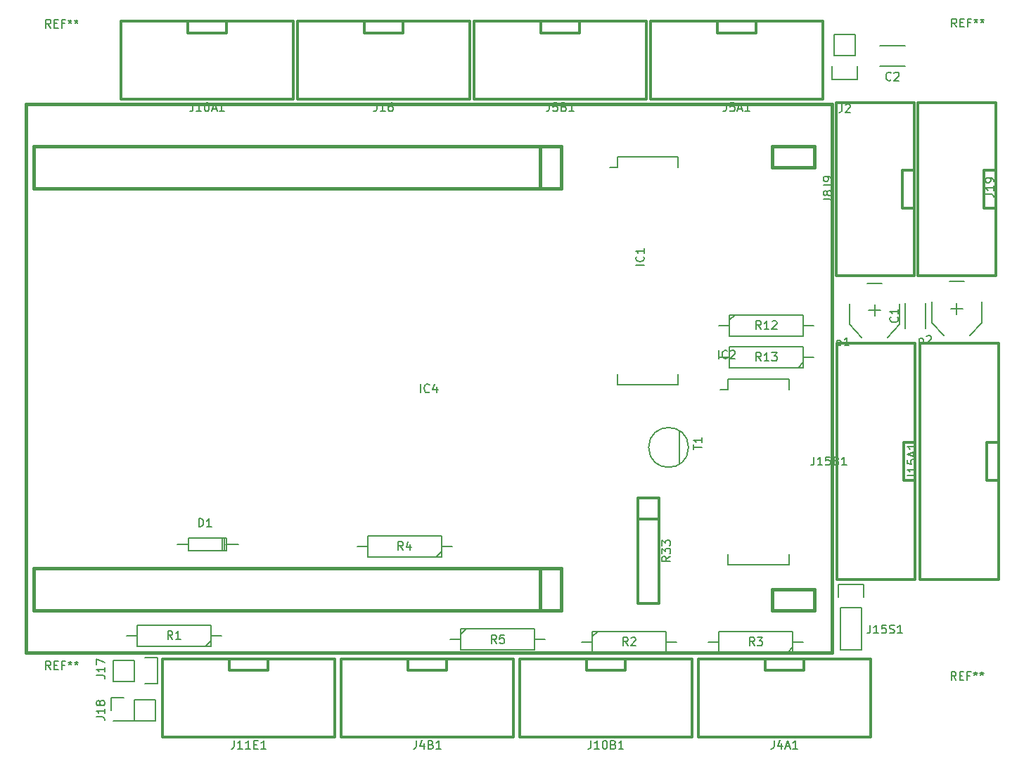
<source format=gbr>
G04 #@! TF.FileFunction,Legend,Top*
%FSLAX46Y46*%
G04 Gerber Fmt 4.6, Leading zero omitted, Abs format (unit mm)*
G04 Created by KiCad (PCBNEW 4.0.2-stable) date 15/08/2016 17:49:35*
%MOMM*%
G01*
G04 APERTURE LIST*
%ADD10C,0.100000*%
%ADD11C,0.150000*%
%ADD12C,0.381000*%
%ADD13C,0.317500*%
%ADD14C,0.304800*%
%ADD15C,0.299720*%
%ADD16C,0.203200*%
G04 APERTURE END LIST*
D10*
D11*
X129185000Y-57655000D02*
X129185000Y-58925000D01*
X136535000Y-57655000D02*
X136535000Y-58925000D01*
X136535000Y-80025000D02*
X136535000Y-78755000D01*
X129185000Y-80025000D02*
X129185000Y-78755000D01*
X129185000Y-57655000D02*
X136535000Y-57655000D01*
X129185000Y-80025000D02*
X136535000Y-80025000D01*
X129185000Y-58925000D02*
X128250000Y-58925000D01*
X115865000Y-30895000D02*
X115865000Y-32165000D01*
X123215000Y-30895000D02*
X123215000Y-32165000D01*
X123215000Y-58345000D02*
X123215000Y-57075000D01*
X115865000Y-58345000D02*
X115865000Y-57075000D01*
X115865000Y-30895000D02*
X123215000Y-30895000D01*
X115865000Y-58345000D02*
X123215000Y-58345000D01*
X115865000Y-32165000D02*
X114930000Y-32165000D01*
D12*
X139620000Y-82930000D02*
X134540000Y-82930000D01*
X139620000Y-85470000D02*
X139620000Y-82930000D01*
X134540000Y-85470000D02*
X139620000Y-85470000D01*
X134540000Y-82930000D02*
X134540000Y-85470000D01*
X134540000Y-29590000D02*
X134540000Y-32130000D01*
X134540000Y-32130000D02*
X139620000Y-32130000D01*
X139620000Y-32130000D02*
X139620000Y-29590000D01*
X139620000Y-29590000D02*
X134540000Y-29590000D01*
X45640000Y-80390000D02*
X109140000Y-80390000D01*
X109140000Y-80390000D02*
X109140000Y-85470000D01*
X45640000Y-80390000D02*
X45640000Y-85470000D01*
X45640000Y-85470000D02*
X109140000Y-85470000D01*
X106588500Y-80390000D02*
X106588500Y-85470000D01*
X106588500Y-29590000D02*
X106588500Y-34670000D01*
X45640000Y-34670000D02*
X109140000Y-34670000D01*
X141690000Y-24530000D02*
X44690000Y-24530000D01*
X44690000Y-90530000D02*
X141690000Y-90530000D01*
X141690000Y-90530000D02*
X141690000Y-24530000D01*
X44690000Y-90530000D02*
X44690000Y-24530000D01*
X45640000Y-29590000D02*
X45640000Y-34670000D01*
X109140000Y-29590000D02*
X109140000Y-34670000D01*
X45640000Y-29590000D02*
X109140000Y-29590000D01*
D11*
X64294000Y-77500000D02*
X62897000Y-77500000D01*
X68739000Y-77500000D02*
X70263000Y-77500000D01*
X68358000Y-78262000D02*
X68358000Y-76738000D01*
X68612000Y-78262000D02*
X68612000Y-76738000D01*
X68866000Y-77500000D02*
X68866000Y-76738000D01*
X68866000Y-76738000D02*
X64294000Y-76738000D01*
X64294000Y-76738000D02*
X64294000Y-78262000D01*
X64294000Y-78262000D02*
X68866000Y-78262000D01*
X68866000Y-78262000D02*
X68866000Y-77500000D01*
X141980000Y-18730000D02*
X141980000Y-16190000D01*
X141700000Y-21550000D02*
X141700000Y-20000000D01*
X141980000Y-18730000D02*
X144520000Y-18730000D01*
X144800000Y-20000000D02*
X144800000Y-21550000D01*
X144800000Y-21550000D02*
X141700000Y-21550000D01*
X144520000Y-18730000D02*
X144520000Y-16190000D01*
X144520000Y-16190000D02*
X141980000Y-16190000D01*
X142730000Y-85140000D02*
X142730000Y-90220000D01*
X142730000Y-90220000D02*
X145270000Y-90220000D01*
X145270000Y-90220000D02*
X145270000Y-85140000D01*
X145550000Y-82320000D02*
X145550000Y-83870000D01*
X145270000Y-85140000D02*
X142730000Y-85140000D01*
X142450000Y-83870000D02*
X142450000Y-82320000D01*
X142450000Y-82320000D02*
X145550000Y-82320000D01*
X57730000Y-94020000D02*
X55190000Y-94020000D01*
X60550000Y-94300000D02*
X59000000Y-94300000D01*
X57730000Y-94020000D02*
X57730000Y-91480000D01*
X59000000Y-91200000D02*
X60550000Y-91200000D01*
X60550000Y-91200000D02*
X60550000Y-94300000D01*
X57730000Y-91480000D02*
X55190000Y-91480000D01*
X55190000Y-91480000D02*
X55190000Y-94020000D01*
D13*
X120920000Y-71980000D02*
X120920000Y-84680000D01*
X118380000Y-84680000D02*
X118380000Y-71980000D01*
D14*
X120920000Y-74520000D02*
X118380000Y-74520000D01*
D13*
X120920000Y-84680000D02*
X118380000Y-84680000D01*
D14*
X118380000Y-71980000D02*
X120920000Y-71980000D01*
D11*
X66945000Y-89770000D02*
X66945000Y-87230000D01*
X66945000Y-87230000D02*
X58055000Y-87230000D01*
X58055000Y-87230000D02*
X58055000Y-89770000D01*
X58055000Y-89770000D02*
X66945000Y-89770000D01*
X66945000Y-89135000D02*
X66310000Y-89770000D01*
X66945000Y-88500000D02*
X68215000Y-88500000D01*
X58055000Y-88500000D02*
X56785000Y-88500000D01*
X137005000Y-90550000D02*
X137005000Y-88010000D01*
X137005000Y-88010000D02*
X128115000Y-88010000D01*
X128115000Y-88010000D02*
X128115000Y-90550000D01*
X128115000Y-90550000D02*
X137005000Y-90550000D01*
X137005000Y-89915000D02*
X136370000Y-90550000D01*
X137005000Y-89280000D02*
X138275000Y-89280000D01*
X128115000Y-89280000D02*
X126845000Y-89280000D01*
X97055000Y-87730000D02*
X97055000Y-90270000D01*
X97055000Y-90270000D02*
X105945000Y-90270000D01*
X105945000Y-90270000D02*
X105945000Y-87730000D01*
X105945000Y-87730000D02*
X97055000Y-87730000D01*
X97055000Y-88365000D02*
X97690000Y-87730000D01*
X97055000Y-89000000D02*
X95785000Y-89000000D01*
X105945000Y-89000000D02*
X107215000Y-89000000D01*
X138275000Y-56260000D02*
X138275000Y-53720000D01*
X138275000Y-53720000D02*
X129385000Y-53720000D01*
X129385000Y-53720000D02*
X129385000Y-56260000D01*
X129385000Y-56260000D02*
X138275000Y-56260000D01*
X138275000Y-55625000D02*
X137640000Y-56260000D01*
X138275000Y-54990000D02*
X139545000Y-54990000D01*
X129385000Y-54990000D02*
X128115000Y-54990000D01*
X94695000Y-79020000D02*
X94695000Y-76480000D01*
X94695000Y-76480000D02*
X85805000Y-76480000D01*
X85805000Y-76480000D02*
X85805000Y-79020000D01*
X85805000Y-79020000D02*
X94695000Y-79020000D01*
X94695000Y-78385000D02*
X94060000Y-79020000D01*
X94695000Y-77750000D02*
X95965000Y-77750000D01*
X85805000Y-77750000D02*
X84535000Y-77750000D01*
X112875000Y-88010000D02*
X112875000Y-90550000D01*
X112875000Y-90550000D02*
X121765000Y-90550000D01*
X121765000Y-90550000D02*
X121765000Y-88010000D01*
X121765000Y-88010000D02*
X112875000Y-88010000D01*
X112875000Y-88645000D02*
X113510000Y-88010000D01*
X112875000Y-89280000D02*
X111605000Y-89280000D01*
X121765000Y-89280000D02*
X123035000Y-89280000D01*
X129385000Y-49910000D02*
X129385000Y-52450000D01*
X129385000Y-52450000D02*
X138275000Y-52450000D01*
X138275000Y-52450000D02*
X138275000Y-49910000D01*
X138275000Y-49910000D02*
X129385000Y-49910000D01*
X129385000Y-50545000D02*
X130020000Y-49910000D01*
X129385000Y-51180000D02*
X128115000Y-51180000D01*
X138275000Y-51180000D02*
X139545000Y-51180000D01*
X157649160Y-45899440D02*
X155850840Y-45899440D01*
X156750000Y-48449600D02*
X156750000Y-49851680D01*
X157451040Y-49150640D02*
X156048960Y-49150640D01*
X155149800Y-52401840D02*
X153750260Y-50849900D01*
X153750260Y-50849900D02*
X153750260Y-48350540D01*
X158350200Y-52401840D02*
X159749740Y-50849900D01*
X159749740Y-50849900D02*
X159749740Y-48350540D01*
X147749800Y-46098160D02*
X145951480Y-46098160D01*
X146850640Y-48648320D02*
X146850640Y-50050400D01*
X147551680Y-49349360D02*
X146149600Y-49349360D01*
X145250440Y-52600560D02*
X143850900Y-51048620D01*
X143850900Y-51048620D02*
X143850900Y-48549260D01*
X148450840Y-52600560D02*
X149850380Y-51048620D01*
X149850380Y-51048620D02*
X149850380Y-48549260D01*
X54910000Y-97500000D02*
X54910000Y-95950000D01*
X56460000Y-95950000D02*
X54910000Y-95950000D01*
X55190000Y-98770000D02*
X57730000Y-98770000D01*
X60270000Y-96230000D02*
X57730000Y-96230000D01*
X57730000Y-96230000D02*
X57730000Y-98770000D01*
X57730000Y-98770000D02*
X60270000Y-98770000D01*
X60270000Y-98770000D02*
X60270000Y-96230000D01*
X123320000Y-67896000D02*
X123320000Y-63832000D01*
X124446231Y-65864000D02*
G75*
G03X124446231Y-65864000I-2396231J0D01*
G01*
D14*
X161450000Y-45150000D02*
X161450000Y-24350000D01*
X152050000Y-24350000D02*
X152050000Y-45150000D01*
X152050000Y-45150000D02*
X161450000Y-45150000D01*
X152050000Y-24350000D02*
X161450000Y-24350000D01*
D15*
X161450000Y-32450000D02*
X160050000Y-32450000D01*
X160050000Y-32450000D02*
X160050000Y-37050000D01*
X160050000Y-37050000D02*
X161450000Y-37050000D01*
D14*
X98150000Y-14550000D02*
X77350000Y-14550000D01*
X77350000Y-23950000D02*
X98150000Y-23950000D01*
X98150000Y-23950000D02*
X98150000Y-14550000D01*
X77350000Y-23950000D02*
X77350000Y-14550000D01*
D15*
X85450000Y-14550000D02*
X85450000Y-15950000D01*
X85450000Y-15950000D02*
X90050000Y-15950000D01*
X90050000Y-15950000D02*
X90050000Y-14550000D01*
D14*
X81900000Y-91300000D02*
X61100000Y-91300000D01*
X61100000Y-100700000D02*
X81900000Y-100700000D01*
X81900000Y-100700000D02*
X81900000Y-91300000D01*
X61100000Y-100700000D02*
X61100000Y-91300000D01*
D15*
X69200000Y-91300000D02*
X69200000Y-92700000D01*
X69200000Y-92700000D02*
X73800000Y-92700000D01*
X73800000Y-92700000D02*
X73800000Y-91300000D01*
D14*
X124900000Y-91300000D02*
X104100000Y-91300000D01*
X104100000Y-100700000D02*
X124900000Y-100700000D01*
X124900000Y-100700000D02*
X124900000Y-91300000D01*
X104100000Y-100700000D02*
X104100000Y-91300000D01*
D15*
X112200000Y-91300000D02*
X112200000Y-92700000D01*
X112200000Y-92700000D02*
X116800000Y-92700000D01*
X116800000Y-92700000D02*
X116800000Y-91300000D01*
D14*
X76900000Y-14550000D02*
X56100000Y-14550000D01*
X56100000Y-23950000D02*
X76900000Y-23950000D01*
X76900000Y-23950000D02*
X76900000Y-14550000D01*
X56100000Y-23950000D02*
X56100000Y-14550000D01*
D15*
X64200000Y-14550000D02*
X64200000Y-15950000D01*
X64200000Y-15950000D02*
X68800000Y-15950000D01*
X68800000Y-15950000D02*
X68800000Y-14550000D01*
D14*
X151620000Y-45170000D02*
X151620000Y-24370000D01*
X142220000Y-24370000D02*
X142220000Y-45170000D01*
X142220000Y-45170000D02*
X151620000Y-45170000D01*
X142220000Y-24370000D02*
X151620000Y-24370000D01*
D15*
X151620000Y-32470000D02*
X150220000Y-32470000D01*
X150220000Y-32470000D02*
X150220000Y-37070000D01*
X150220000Y-37070000D02*
X151620000Y-37070000D01*
D14*
X119400000Y-14550000D02*
X98600000Y-14550000D01*
X98600000Y-23950000D02*
X119400000Y-23950000D01*
X119400000Y-23950000D02*
X119400000Y-14550000D01*
X98600000Y-23950000D02*
X98600000Y-14550000D01*
D15*
X106700000Y-14550000D02*
X106700000Y-15950000D01*
X106700000Y-15950000D02*
X111300000Y-15950000D01*
X111300000Y-15950000D02*
X111300000Y-14550000D01*
D14*
X140650000Y-14550000D02*
X119850000Y-14550000D01*
X119850000Y-23950000D02*
X140650000Y-23950000D01*
X140650000Y-23950000D02*
X140650000Y-14550000D01*
X119850000Y-23950000D02*
X119850000Y-14550000D01*
D15*
X127950000Y-14550000D02*
X127950000Y-15950000D01*
X127950000Y-15950000D02*
X132550000Y-15950000D01*
X132550000Y-15950000D02*
X132550000Y-14550000D01*
D14*
X103400000Y-91300000D02*
X82600000Y-91300000D01*
X82600000Y-100700000D02*
X103400000Y-100700000D01*
X103400000Y-100700000D02*
X103400000Y-91300000D01*
X82600000Y-100700000D02*
X82600000Y-91300000D01*
D15*
X90700000Y-91300000D02*
X90700000Y-92700000D01*
X90700000Y-92700000D02*
X95300000Y-92700000D01*
X95300000Y-92700000D02*
X95300000Y-91300000D01*
D14*
X146400000Y-91300000D02*
X125600000Y-91300000D01*
X125600000Y-100700000D02*
X146400000Y-100700000D01*
X146400000Y-100700000D02*
X146400000Y-91300000D01*
X125600000Y-100700000D02*
X125600000Y-91300000D01*
D15*
X133700000Y-91300000D02*
X133700000Y-92700000D01*
X133700000Y-92700000D02*
X138300000Y-92700000D01*
X138300000Y-92700000D02*
X138300000Y-91300000D01*
D14*
X151750000Y-81750000D02*
X151750000Y-53350000D01*
X142350000Y-53350000D02*
X142350000Y-81750000D01*
X142350000Y-81750000D02*
X151750000Y-81750000D01*
X142350000Y-53350000D02*
X151750000Y-53350000D01*
D15*
X151750000Y-65250000D02*
X150350000Y-65250000D01*
X150350000Y-65250000D02*
X150350000Y-69850000D01*
X150350000Y-69850000D02*
X151750000Y-69850000D01*
D14*
X161750000Y-81750000D02*
X161750000Y-53350000D01*
X152350000Y-53350000D02*
X152350000Y-81750000D01*
X152350000Y-81750000D02*
X161750000Y-81750000D01*
X152350000Y-53350000D02*
X161750000Y-53350000D01*
D15*
X161750000Y-65250000D02*
X160350000Y-65250000D01*
X160350000Y-65250000D02*
X160350000Y-69850000D01*
X160350000Y-69850000D02*
X161750000Y-69850000D01*
D11*
X150500000Y-51500000D02*
X150500000Y-48500000D01*
X153000000Y-48500000D02*
X153000000Y-51500000D01*
X150500000Y-20000000D02*
X147500000Y-20000000D01*
X147500000Y-17500000D02*
X150500000Y-17500000D01*
X156716667Y-15252381D02*
X156383333Y-14776190D01*
X156145238Y-15252381D02*
X156145238Y-14252381D01*
X156526191Y-14252381D01*
X156621429Y-14300000D01*
X156669048Y-14347619D01*
X156716667Y-14442857D01*
X156716667Y-14585714D01*
X156669048Y-14680952D01*
X156621429Y-14728571D01*
X156526191Y-14776190D01*
X156145238Y-14776190D01*
X157145238Y-14728571D02*
X157478572Y-14728571D01*
X157621429Y-15252381D02*
X157145238Y-15252381D01*
X157145238Y-14252381D01*
X157621429Y-14252381D01*
X158383334Y-14728571D02*
X158050000Y-14728571D01*
X158050000Y-15252381D02*
X158050000Y-14252381D01*
X158526191Y-14252381D01*
X159050000Y-14252381D02*
X159050000Y-14490476D01*
X158811905Y-14395238D02*
X159050000Y-14490476D01*
X159288096Y-14395238D01*
X158907143Y-14680952D02*
X159050000Y-14490476D01*
X159192858Y-14680952D01*
X159811905Y-14252381D02*
X159811905Y-14490476D01*
X159573810Y-14395238D02*
X159811905Y-14490476D01*
X160050001Y-14395238D01*
X159669048Y-14680952D02*
X159811905Y-14490476D01*
X159954763Y-14680952D01*
X128073810Y-55182381D02*
X128073810Y-54182381D01*
X129121429Y-55087143D02*
X129073810Y-55134762D01*
X128930953Y-55182381D01*
X128835715Y-55182381D01*
X128692857Y-55134762D01*
X128597619Y-55039524D01*
X128550000Y-54944286D01*
X128502381Y-54753810D01*
X128502381Y-54610952D01*
X128550000Y-54420476D01*
X128597619Y-54325238D01*
X128692857Y-54230000D01*
X128835715Y-54182381D01*
X128930953Y-54182381D01*
X129073810Y-54230000D01*
X129121429Y-54277619D01*
X129502381Y-54277619D02*
X129550000Y-54230000D01*
X129645238Y-54182381D01*
X129883334Y-54182381D01*
X129978572Y-54230000D01*
X130026191Y-54277619D01*
X130073810Y-54372857D01*
X130073810Y-54468095D01*
X130026191Y-54610952D01*
X129454762Y-55182381D01*
X130073810Y-55182381D01*
X119102381Y-43926190D02*
X118102381Y-43926190D01*
X119007143Y-42878571D02*
X119054762Y-42926190D01*
X119102381Y-43069047D01*
X119102381Y-43164285D01*
X119054762Y-43307143D01*
X118959524Y-43402381D01*
X118864286Y-43450000D01*
X118673810Y-43497619D01*
X118530952Y-43497619D01*
X118340476Y-43450000D01*
X118245238Y-43402381D01*
X118150000Y-43307143D01*
X118102381Y-43164285D01*
X118102381Y-43069047D01*
X118150000Y-42926190D01*
X118197619Y-42878571D01*
X119102381Y-41926190D02*
X119102381Y-42497619D01*
X119102381Y-42211905D02*
X118102381Y-42211905D01*
X118245238Y-42307143D01*
X118340476Y-42402381D01*
X118388095Y-42497619D01*
D16*
X92198191Y-59259619D02*
X92198191Y-58243619D01*
X93262572Y-59162857D02*
X93214191Y-59211238D01*
X93069048Y-59259619D01*
X92972286Y-59259619D01*
X92827144Y-59211238D01*
X92730382Y-59114476D01*
X92682001Y-59017714D01*
X92633620Y-58824190D01*
X92633620Y-58679048D01*
X92682001Y-58485524D01*
X92730382Y-58388762D01*
X92827144Y-58292000D01*
X92972286Y-58243619D01*
X93069048Y-58243619D01*
X93214191Y-58292000D01*
X93262572Y-58340381D01*
X94133429Y-58582286D02*
X94133429Y-59259619D01*
X93891525Y-58195238D02*
X93649620Y-58920952D01*
X94278572Y-58920952D01*
D11*
X65491905Y-75412381D02*
X65491905Y-74412381D01*
X65730000Y-74412381D01*
X65872858Y-74460000D01*
X65968096Y-74555238D01*
X66015715Y-74650476D01*
X66063334Y-74840952D01*
X66063334Y-74983810D01*
X66015715Y-75174286D01*
X65968096Y-75269524D01*
X65872858Y-75364762D01*
X65730000Y-75412381D01*
X65491905Y-75412381D01*
X67015715Y-75412381D02*
X66444286Y-75412381D01*
X66730000Y-75412381D02*
X66730000Y-74412381D01*
X66634762Y-74555238D01*
X66539524Y-74650476D01*
X66444286Y-74698095D01*
X142916667Y-24552381D02*
X142916667Y-25266667D01*
X142869047Y-25409524D01*
X142773809Y-25504762D01*
X142630952Y-25552381D01*
X142535714Y-25552381D01*
X143345238Y-24647619D02*
X143392857Y-24600000D01*
X143488095Y-24552381D01*
X143726191Y-24552381D01*
X143821429Y-24600000D01*
X143869048Y-24647619D01*
X143916667Y-24742857D01*
X143916667Y-24838095D01*
X143869048Y-24980952D01*
X143297619Y-25552381D01*
X143916667Y-25552381D01*
X146328096Y-87242381D02*
X146328096Y-87956667D01*
X146280476Y-88099524D01*
X146185238Y-88194762D01*
X146042381Y-88242381D01*
X145947143Y-88242381D01*
X147328096Y-88242381D02*
X146756667Y-88242381D01*
X147042381Y-88242381D02*
X147042381Y-87242381D01*
X146947143Y-87385238D01*
X146851905Y-87480476D01*
X146756667Y-87528095D01*
X148232858Y-87242381D02*
X147756667Y-87242381D01*
X147709048Y-87718571D01*
X147756667Y-87670952D01*
X147851905Y-87623333D01*
X148090001Y-87623333D01*
X148185239Y-87670952D01*
X148232858Y-87718571D01*
X148280477Y-87813810D01*
X148280477Y-88051905D01*
X148232858Y-88147143D01*
X148185239Y-88194762D01*
X148090001Y-88242381D01*
X147851905Y-88242381D01*
X147756667Y-88194762D01*
X147709048Y-88147143D01*
X148661429Y-88194762D02*
X148804286Y-88242381D01*
X149042382Y-88242381D01*
X149137620Y-88194762D01*
X149185239Y-88147143D01*
X149232858Y-88051905D01*
X149232858Y-87956667D01*
X149185239Y-87861429D01*
X149137620Y-87813810D01*
X149042382Y-87766190D01*
X148851905Y-87718571D01*
X148756667Y-87670952D01*
X148709048Y-87623333D01*
X148661429Y-87528095D01*
X148661429Y-87432857D01*
X148709048Y-87337619D01*
X148756667Y-87290000D01*
X148851905Y-87242381D01*
X149090001Y-87242381D01*
X149232858Y-87290000D01*
X150185239Y-88242381D02*
X149613810Y-88242381D01*
X149899524Y-88242381D02*
X149899524Y-87242381D01*
X149804286Y-87385238D01*
X149709048Y-87480476D01*
X149613810Y-87528095D01*
X53202381Y-93309523D02*
X53916667Y-93309523D01*
X54059524Y-93357143D01*
X54154762Y-93452381D01*
X54202381Y-93595238D01*
X54202381Y-93690476D01*
X54202381Y-92309523D02*
X54202381Y-92880952D01*
X54202381Y-92595238D02*
X53202381Y-92595238D01*
X53345238Y-92690476D01*
X53440476Y-92785714D01*
X53488095Y-92880952D01*
X53202381Y-91976190D02*
X53202381Y-91309523D01*
X54202381Y-91738095D01*
D16*
X122268619Y-78983143D02*
X121784810Y-79321809D01*
X122268619Y-79563714D02*
X121252619Y-79563714D01*
X121252619Y-79176667D01*
X121301000Y-79079905D01*
X121349381Y-79031524D01*
X121446143Y-78983143D01*
X121591286Y-78983143D01*
X121688048Y-79031524D01*
X121736429Y-79079905D01*
X121784810Y-79176667D01*
X121784810Y-79563714D01*
X121252619Y-78644476D02*
X121252619Y-78015524D01*
X121639667Y-78354190D01*
X121639667Y-78209048D01*
X121688048Y-78112286D01*
X121736429Y-78063905D01*
X121833190Y-78015524D01*
X122075095Y-78015524D01*
X122171857Y-78063905D01*
X122220238Y-78112286D01*
X122268619Y-78209048D01*
X122268619Y-78499333D01*
X122220238Y-78596095D01*
X122171857Y-78644476D01*
X121252619Y-77676857D02*
X121252619Y-77047905D01*
X121639667Y-77386571D01*
X121639667Y-77241429D01*
X121688048Y-77144667D01*
X121736429Y-77096286D01*
X121833190Y-77047905D01*
X122075095Y-77047905D01*
X122171857Y-77096286D01*
X122220238Y-77144667D01*
X122268619Y-77241429D01*
X122268619Y-77531714D01*
X122220238Y-77628476D01*
X122171857Y-77676857D01*
D11*
X62333334Y-88952381D02*
X62000000Y-88476190D01*
X61761905Y-88952381D02*
X61761905Y-87952381D01*
X62142858Y-87952381D01*
X62238096Y-88000000D01*
X62285715Y-88047619D01*
X62333334Y-88142857D01*
X62333334Y-88285714D01*
X62285715Y-88380952D01*
X62238096Y-88428571D01*
X62142858Y-88476190D01*
X61761905Y-88476190D01*
X63285715Y-88952381D02*
X62714286Y-88952381D01*
X63000000Y-88952381D02*
X63000000Y-87952381D01*
X62904762Y-88095238D01*
X62809524Y-88190476D01*
X62714286Y-88238095D01*
X132393334Y-89732381D02*
X132060000Y-89256190D01*
X131821905Y-89732381D02*
X131821905Y-88732381D01*
X132202858Y-88732381D01*
X132298096Y-88780000D01*
X132345715Y-88827619D01*
X132393334Y-88922857D01*
X132393334Y-89065714D01*
X132345715Y-89160952D01*
X132298096Y-89208571D01*
X132202858Y-89256190D01*
X131821905Y-89256190D01*
X132726667Y-88732381D02*
X133345715Y-88732381D01*
X133012381Y-89113333D01*
X133155239Y-89113333D01*
X133250477Y-89160952D01*
X133298096Y-89208571D01*
X133345715Y-89303810D01*
X133345715Y-89541905D01*
X133298096Y-89637143D01*
X133250477Y-89684762D01*
X133155239Y-89732381D01*
X132869524Y-89732381D01*
X132774286Y-89684762D01*
X132726667Y-89637143D01*
X101333334Y-89452381D02*
X101000000Y-88976190D01*
X100761905Y-89452381D02*
X100761905Y-88452381D01*
X101142858Y-88452381D01*
X101238096Y-88500000D01*
X101285715Y-88547619D01*
X101333334Y-88642857D01*
X101333334Y-88785714D01*
X101285715Y-88880952D01*
X101238096Y-88928571D01*
X101142858Y-88976190D01*
X100761905Y-88976190D01*
X102238096Y-88452381D02*
X101761905Y-88452381D01*
X101714286Y-88928571D01*
X101761905Y-88880952D01*
X101857143Y-88833333D01*
X102095239Y-88833333D01*
X102190477Y-88880952D01*
X102238096Y-88928571D01*
X102285715Y-89023810D01*
X102285715Y-89261905D01*
X102238096Y-89357143D01*
X102190477Y-89404762D01*
X102095239Y-89452381D01*
X101857143Y-89452381D01*
X101761905Y-89404762D01*
X101714286Y-89357143D01*
X133187143Y-55442381D02*
X132853809Y-54966190D01*
X132615714Y-55442381D02*
X132615714Y-54442381D01*
X132996667Y-54442381D01*
X133091905Y-54490000D01*
X133139524Y-54537619D01*
X133187143Y-54632857D01*
X133187143Y-54775714D01*
X133139524Y-54870952D01*
X133091905Y-54918571D01*
X132996667Y-54966190D01*
X132615714Y-54966190D01*
X134139524Y-55442381D02*
X133568095Y-55442381D01*
X133853809Y-55442381D02*
X133853809Y-54442381D01*
X133758571Y-54585238D01*
X133663333Y-54680476D01*
X133568095Y-54728095D01*
X134472857Y-54442381D02*
X135091905Y-54442381D01*
X134758571Y-54823333D01*
X134901429Y-54823333D01*
X134996667Y-54870952D01*
X135044286Y-54918571D01*
X135091905Y-55013810D01*
X135091905Y-55251905D01*
X135044286Y-55347143D01*
X134996667Y-55394762D01*
X134901429Y-55442381D01*
X134615714Y-55442381D01*
X134520476Y-55394762D01*
X134472857Y-55347143D01*
X90083334Y-78202381D02*
X89750000Y-77726190D01*
X89511905Y-78202381D02*
X89511905Y-77202381D01*
X89892858Y-77202381D01*
X89988096Y-77250000D01*
X90035715Y-77297619D01*
X90083334Y-77392857D01*
X90083334Y-77535714D01*
X90035715Y-77630952D01*
X89988096Y-77678571D01*
X89892858Y-77726190D01*
X89511905Y-77726190D01*
X90940477Y-77535714D02*
X90940477Y-78202381D01*
X90702381Y-77154762D02*
X90464286Y-77869048D01*
X91083334Y-77869048D01*
X117153334Y-89732381D02*
X116820000Y-89256190D01*
X116581905Y-89732381D02*
X116581905Y-88732381D01*
X116962858Y-88732381D01*
X117058096Y-88780000D01*
X117105715Y-88827619D01*
X117153334Y-88922857D01*
X117153334Y-89065714D01*
X117105715Y-89160952D01*
X117058096Y-89208571D01*
X116962858Y-89256190D01*
X116581905Y-89256190D01*
X117534286Y-88827619D02*
X117581905Y-88780000D01*
X117677143Y-88732381D01*
X117915239Y-88732381D01*
X118010477Y-88780000D01*
X118058096Y-88827619D01*
X118105715Y-88922857D01*
X118105715Y-89018095D01*
X118058096Y-89160952D01*
X117486667Y-89732381D01*
X118105715Y-89732381D01*
X133187143Y-51632381D02*
X132853809Y-51156190D01*
X132615714Y-51632381D02*
X132615714Y-50632381D01*
X132996667Y-50632381D01*
X133091905Y-50680000D01*
X133139524Y-50727619D01*
X133187143Y-50822857D01*
X133187143Y-50965714D01*
X133139524Y-51060952D01*
X133091905Y-51108571D01*
X132996667Y-51156190D01*
X132615714Y-51156190D01*
X134139524Y-51632381D02*
X133568095Y-51632381D01*
X133853809Y-51632381D02*
X133853809Y-50632381D01*
X133758571Y-50775238D01*
X133663333Y-50870476D01*
X133568095Y-50918095D01*
X134520476Y-50727619D02*
X134568095Y-50680000D01*
X134663333Y-50632381D01*
X134901429Y-50632381D01*
X134996667Y-50680000D01*
X135044286Y-50727619D01*
X135091905Y-50822857D01*
X135091905Y-50918095D01*
X135044286Y-51060952D01*
X134472857Y-51632381D01*
X135091905Y-51632381D01*
X152249524Y-52746354D02*
X152249524Y-53746354D01*
X152249524Y-52793973D02*
X152344762Y-52746354D01*
X152535239Y-52746354D01*
X152630477Y-52793973D01*
X152678096Y-52841592D01*
X152725715Y-52936830D01*
X152725715Y-53222545D01*
X152678096Y-53317783D01*
X152630477Y-53365402D01*
X152535239Y-53413021D01*
X152344762Y-53413021D01*
X152249524Y-53365402D01*
X153106667Y-52508259D02*
X153154286Y-52460640D01*
X153249524Y-52413021D01*
X153487620Y-52413021D01*
X153582858Y-52460640D01*
X153630477Y-52508259D01*
X153678096Y-52603497D01*
X153678096Y-52698735D01*
X153630477Y-52841592D01*
X153059048Y-53413021D01*
X153678096Y-53413021D01*
X142350164Y-52945074D02*
X142350164Y-53945074D01*
X142350164Y-52992693D02*
X142445402Y-52945074D01*
X142635879Y-52945074D01*
X142731117Y-52992693D01*
X142778736Y-53040312D01*
X142826355Y-53135550D01*
X142826355Y-53421265D01*
X142778736Y-53516503D01*
X142731117Y-53564122D01*
X142635879Y-53611741D01*
X142445402Y-53611741D01*
X142350164Y-53564122D01*
X143778736Y-53611741D02*
X143207307Y-53611741D01*
X143493021Y-53611741D02*
X143493021Y-52611741D01*
X143397783Y-52754598D01*
X143302545Y-52849836D01*
X143207307Y-52897455D01*
X53162381Y-98309523D02*
X53876667Y-98309523D01*
X54019524Y-98357143D01*
X54114762Y-98452381D01*
X54162381Y-98595238D01*
X54162381Y-98690476D01*
X54162381Y-97309523D02*
X54162381Y-97880952D01*
X54162381Y-97595238D02*
X53162381Y-97595238D01*
X53305238Y-97690476D01*
X53400476Y-97785714D01*
X53448095Y-97880952D01*
X53590952Y-96738095D02*
X53543333Y-96833333D01*
X53495714Y-96880952D01*
X53400476Y-96928571D01*
X53352857Y-96928571D01*
X53257619Y-96880952D01*
X53210000Y-96833333D01*
X53162381Y-96738095D01*
X53162381Y-96547618D01*
X53210000Y-96452380D01*
X53257619Y-96404761D01*
X53352857Y-96357142D01*
X53400476Y-96357142D01*
X53495714Y-96404761D01*
X53543333Y-96452380D01*
X53590952Y-96547618D01*
X53590952Y-96738095D01*
X53638571Y-96833333D01*
X53686190Y-96880952D01*
X53781429Y-96928571D01*
X53971905Y-96928571D01*
X54067143Y-96880952D01*
X54114762Y-96833333D01*
X54162381Y-96738095D01*
X54162381Y-96547618D01*
X54114762Y-96452380D01*
X54067143Y-96404761D01*
X53971905Y-96357142D01*
X53781429Y-96357142D01*
X53686190Y-96404761D01*
X53638571Y-96452380D01*
X53590952Y-96547618D01*
X125058381Y-66117905D02*
X125058381Y-65546476D01*
X126058381Y-65832191D02*
X125058381Y-65832191D01*
X126058381Y-64689333D02*
X126058381Y-65260762D01*
X126058381Y-64975048D02*
X125058381Y-64975048D01*
X125201238Y-65070286D01*
X125296476Y-65165524D01*
X125344095Y-65260762D01*
D16*
X160202381Y-35359523D02*
X160916667Y-35359523D01*
X161059524Y-35407143D01*
X161154762Y-35502381D01*
X161202381Y-35645238D01*
X161202381Y-35740476D01*
X161202381Y-34359523D02*
X161202381Y-34930952D01*
X161202381Y-34645238D02*
X160202381Y-34645238D01*
X160345238Y-34740476D01*
X160440476Y-34835714D01*
X160488095Y-34930952D01*
X161202381Y-33883333D02*
X161202381Y-33692857D01*
X161154762Y-33597618D01*
X161107143Y-33549999D01*
X160964286Y-33454761D01*
X160773810Y-33407142D01*
X160392857Y-33407142D01*
X160297619Y-33454761D01*
X160250000Y-33502380D01*
X160202381Y-33597618D01*
X160202381Y-33788095D01*
X160250000Y-33883333D01*
X160297619Y-33930952D01*
X160392857Y-33978571D01*
X160630952Y-33978571D01*
X160726190Y-33930952D01*
X160773810Y-33883333D01*
X160821429Y-33788095D01*
X160821429Y-33597618D01*
X160773810Y-33502380D01*
X160726190Y-33454761D01*
X160630952Y-33407142D01*
X86940477Y-24402381D02*
X86940477Y-25116667D01*
X86892857Y-25259524D01*
X86797619Y-25354762D01*
X86654762Y-25402381D01*
X86559524Y-25402381D01*
X87940477Y-25402381D02*
X87369048Y-25402381D01*
X87654762Y-25402381D02*
X87654762Y-24402381D01*
X87559524Y-24545238D01*
X87464286Y-24640476D01*
X87369048Y-24688095D01*
X88797620Y-24402381D02*
X88607143Y-24402381D01*
X88511905Y-24450000D01*
X88464286Y-24497619D01*
X88369048Y-24640476D01*
X88321429Y-24830952D01*
X88321429Y-25211905D01*
X88369048Y-25307143D01*
X88416667Y-25354762D01*
X88511905Y-25402381D01*
X88702382Y-25402381D01*
X88797620Y-25354762D01*
X88845239Y-25307143D01*
X88892858Y-25211905D01*
X88892858Y-24973810D01*
X88845239Y-24878571D01*
X88797620Y-24830952D01*
X88702382Y-24783333D01*
X88511905Y-24783333D01*
X88416667Y-24830952D01*
X88369048Y-24878571D01*
X88321429Y-24973810D01*
X69761905Y-101152381D02*
X69761905Y-101866667D01*
X69714285Y-102009524D01*
X69619047Y-102104762D01*
X69476190Y-102152381D01*
X69380952Y-102152381D01*
X70761905Y-102152381D02*
X70190476Y-102152381D01*
X70476190Y-102152381D02*
X70476190Y-101152381D01*
X70380952Y-101295238D01*
X70285714Y-101390476D01*
X70190476Y-101438095D01*
X71714286Y-102152381D02*
X71142857Y-102152381D01*
X71428571Y-102152381D02*
X71428571Y-101152381D01*
X71333333Y-101295238D01*
X71238095Y-101390476D01*
X71142857Y-101438095D01*
X72142857Y-101628571D02*
X72476191Y-101628571D01*
X72619048Y-102152381D02*
X72142857Y-102152381D01*
X72142857Y-101152381D01*
X72619048Y-101152381D01*
X73571429Y-102152381D02*
X73000000Y-102152381D01*
X73285714Y-102152381D02*
X73285714Y-101152381D01*
X73190476Y-101295238D01*
X73095238Y-101390476D01*
X73000000Y-101438095D01*
X112714286Y-101152381D02*
X112714286Y-101866667D01*
X112666666Y-102009524D01*
X112571428Y-102104762D01*
X112428571Y-102152381D01*
X112333333Y-102152381D01*
X113714286Y-102152381D02*
X113142857Y-102152381D01*
X113428571Y-102152381D02*
X113428571Y-101152381D01*
X113333333Y-101295238D01*
X113238095Y-101390476D01*
X113142857Y-101438095D01*
X114333333Y-101152381D02*
X114428572Y-101152381D01*
X114523810Y-101200000D01*
X114571429Y-101247619D01*
X114619048Y-101342857D01*
X114666667Y-101533333D01*
X114666667Y-101771429D01*
X114619048Y-101961905D01*
X114571429Y-102057143D01*
X114523810Y-102104762D01*
X114428572Y-102152381D01*
X114333333Y-102152381D01*
X114238095Y-102104762D01*
X114190476Y-102057143D01*
X114142857Y-101961905D01*
X114095238Y-101771429D01*
X114095238Y-101533333D01*
X114142857Y-101342857D01*
X114190476Y-101247619D01*
X114238095Y-101200000D01*
X114333333Y-101152381D01*
X115428572Y-101628571D02*
X115571429Y-101676190D01*
X115619048Y-101723810D01*
X115666667Y-101819048D01*
X115666667Y-101961905D01*
X115619048Y-102057143D01*
X115571429Y-102104762D01*
X115476191Y-102152381D01*
X115095238Y-102152381D01*
X115095238Y-101152381D01*
X115428572Y-101152381D01*
X115523810Y-101200000D01*
X115571429Y-101247619D01*
X115619048Y-101342857D01*
X115619048Y-101438095D01*
X115571429Y-101533333D01*
X115523810Y-101580952D01*
X115428572Y-101628571D01*
X115095238Y-101628571D01*
X116619048Y-102152381D02*
X116047619Y-102152381D01*
X116333333Y-102152381D02*
X116333333Y-101152381D01*
X116238095Y-101295238D01*
X116142857Y-101390476D01*
X116047619Y-101438095D01*
X64785715Y-24402381D02*
X64785715Y-25116667D01*
X64738095Y-25259524D01*
X64642857Y-25354762D01*
X64500000Y-25402381D01*
X64404762Y-25402381D01*
X65785715Y-25402381D02*
X65214286Y-25402381D01*
X65500000Y-25402381D02*
X65500000Y-24402381D01*
X65404762Y-24545238D01*
X65309524Y-24640476D01*
X65214286Y-24688095D01*
X66404762Y-24402381D02*
X66500001Y-24402381D01*
X66595239Y-24450000D01*
X66642858Y-24497619D01*
X66690477Y-24592857D01*
X66738096Y-24783333D01*
X66738096Y-25021429D01*
X66690477Y-25211905D01*
X66642858Y-25307143D01*
X66595239Y-25354762D01*
X66500001Y-25402381D01*
X66404762Y-25402381D01*
X66309524Y-25354762D01*
X66261905Y-25307143D01*
X66214286Y-25211905D01*
X66166667Y-25021429D01*
X66166667Y-24783333D01*
X66214286Y-24592857D01*
X66261905Y-24497619D01*
X66309524Y-24450000D01*
X66404762Y-24402381D01*
X67119048Y-25116667D02*
X67595239Y-25116667D01*
X67023810Y-25402381D02*
X67357143Y-24402381D01*
X67690477Y-25402381D01*
X68547620Y-25402381D02*
X67976191Y-25402381D01*
X68261905Y-25402381D02*
X68261905Y-24402381D01*
X68166667Y-24545238D01*
X68071429Y-24640476D01*
X67976191Y-24688095D01*
X140672381Y-35960476D02*
X141386667Y-35960476D01*
X141529524Y-36008096D01*
X141624762Y-36103334D01*
X141672381Y-36246191D01*
X141672381Y-36341429D01*
X141100952Y-35341429D02*
X141053333Y-35436667D01*
X141005714Y-35484286D01*
X140910476Y-35531905D01*
X140862857Y-35531905D01*
X140767619Y-35484286D01*
X140720000Y-35436667D01*
X140672381Y-35341429D01*
X140672381Y-35150952D01*
X140720000Y-35055714D01*
X140767619Y-35008095D01*
X140862857Y-34960476D01*
X140910476Y-34960476D01*
X141005714Y-35008095D01*
X141053333Y-35055714D01*
X141100952Y-35150952D01*
X141100952Y-35341429D01*
X141148571Y-35436667D01*
X141196190Y-35484286D01*
X141291429Y-35531905D01*
X141481905Y-35531905D01*
X141577143Y-35484286D01*
X141624762Y-35436667D01*
X141672381Y-35341429D01*
X141672381Y-35150952D01*
X141624762Y-35055714D01*
X141577143Y-35008095D01*
X141481905Y-34960476D01*
X141291429Y-34960476D01*
X141196190Y-35008095D01*
X141148571Y-35055714D01*
X141100952Y-35150952D01*
X140672381Y-34246190D02*
X141386667Y-34246190D01*
X141529524Y-34293810D01*
X141624762Y-34389048D01*
X141672381Y-34531905D01*
X141672381Y-34627143D01*
X141672381Y-33722381D02*
X141672381Y-33531905D01*
X141624762Y-33436666D01*
X141577143Y-33389047D01*
X141434286Y-33293809D01*
X141243810Y-33246190D01*
X140862857Y-33246190D01*
X140767619Y-33293809D01*
X140720000Y-33341428D01*
X140672381Y-33436666D01*
X140672381Y-33627143D01*
X140720000Y-33722381D01*
X140767619Y-33770000D01*
X140862857Y-33817619D01*
X141100952Y-33817619D01*
X141196190Y-33770000D01*
X141243810Y-33722381D01*
X141291429Y-33627143D01*
X141291429Y-33436666D01*
X141243810Y-33341428D01*
X141196190Y-33293809D01*
X141100952Y-33246190D01*
X107690477Y-24402381D02*
X107690477Y-25116667D01*
X107642857Y-25259524D01*
X107547619Y-25354762D01*
X107404762Y-25402381D01*
X107309524Y-25402381D01*
X108642858Y-24402381D02*
X108166667Y-24402381D01*
X108119048Y-24878571D01*
X108166667Y-24830952D01*
X108261905Y-24783333D01*
X108500001Y-24783333D01*
X108595239Y-24830952D01*
X108642858Y-24878571D01*
X108690477Y-24973810D01*
X108690477Y-25211905D01*
X108642858Y-25307143D01*
X108595239Y-25354762D01*
X108500001Y-25402381D01*
X108261905Y-25402381D01*
X108166667Y-25354762D01*
X108119048Y-25307143D01*
X109452382Y-24878571D02*
X109595239Y-24926190D01*
X109642858Y-24973810D01*
X109690477Y-25069048D01*
X109690477Y-25211905D01*
X109642858Y-25307143D01*
X109595239Y-25354762D01*
X109500001Y-25402381D01*
X109119048Y-25402381D01*
X109119048Y-24402381D01*
X109452382Y-24402381D01*
X109547620Y-24450000D01*
X109595239Y-24497619D01*
X109642858Y-24592857D01*
X109642858Y-24688095D01*
X109595239Y-24783333D01*
X109547620Y-24830952D01*
X109452382Y-24878571D01*
X109119048Y-24878571D01*
X110642858Y-25402381D02*
X110071429Y-25402381D01*
X110357143Y-25402381D02*
X110357143Y-24402381D01*
X110261905Y-24545238D01*
X110166667Y-24640476D01*
X110071429Y-24688095D01*
X129011905Y-24402381D02*
X129011905Y-25116667D01*
X128964285Y-25259524D01*
X128869047Y-25354762D01*
X128726190Y-25402381D01*
X128630952Y-25402381D01*
X129964286Y-24402381D02*
X129488095Y-24402381D01*
X129440476Y-24878571D01*
X129488095Y-24830952D01*
X129583333Y-24783333D01*
X129821429Y-24783333D01*
X129916667Y-24830952D01*
X129964286Y-24878571D01*
X130011905Y-24973810D01*
X130011905Y-25211905D01*
X129964286Y-25307143D01*
X129916667Y-25354762D01*
X129821429Y-25402381D01*
X129583333Y-25402381D01*
X129488095Y-25354762D01*
X129440476Y-25307143D01*
X130392857Y-25116667D02*
X130869048Y-25116667D01*
X130297619Y-25402381D02*
X130630952Y-24402381D01*
X130964286Y-25402381D01*
X131821429Y-25402381D02*
X131250000Y-25402381D01*
X131535714Y-25402381D02*
X131535714Y-24402381D01*
X131440476Y-24545238D01*
X131345238Y-24640476D01*
X131250000Y-24688095D01*
X91690477Y-101152381D02*
X91690477Y-101866667D01*
X91642857Y-102009524D01*
X91547619Y-102104762D01*
X91404762Y-102152381D01*
X91309524Y-102152381D01*
X92595239Y-101485714D02*
X92595239Y-102152381D01*
X92357143Y-101104762D02*
X92119048Y-101819048D01*
X92738096Y-101819048D01*
X93452382Y-101628571D02*
X93595239Y-101676190D01*
X93642858Y-101723810D01*
X93690477Y-101819048D01*
X93690477Y-101961905D01*
X93642858Y-102057143D01*
X93595239Y-102104762D01*
X93500001Y-102152381D01*
X93119048Y-102152381D01*
X93119048Y-101152381D01*
X93452382Y-101152381D01*
X93547620Y-101200000D01*
X93595239Y-101247619D01*
X93642858Y-101342857D01*
X93642858Y-101438095D01*
X93595239Y-101533333D01*
X93547620Y-101580952D01*
X93452382Y-101628571D01*
X93119048Y-101628571D01*
X94642858Y-102152381D02*
X94071429Y-102152381D01*
X94357143Y-102152381D02*
X94357143Y-101152381D01*
X94261905Y-101295238D01*
X94166667Y-101390476D01*
X94071429Y-101438095D01*
X134761905Y-101152381D02*
X134761905Y-101866667D01*
X134714285Y-102009524D01*
X134619047Y-102104762D01*
X134476190Y-102152381D01*
X134380952Y-102152381D01*
X135666667Y-101485714D02*
X135666667Y-102152381D01*
X135428571Y-101104762D02*
X135190476Y-101819048D01*
X135809524Y-101819048D01*
X136142857Y-101866667D02*
X136619048Y-101866667D01*
X136047619Y-102152381D02*
X136380952Y-101152381D01*
X136714286Y-102152381D01*
X137571429Y-102152381D02*
X137000000Y-102152381D01*
X137285714Y-102152381D02*
X137285714Y-101152381D01*
X137190476Y-101295238D01*
X137095238Y-101390476D01*
X137000000Y-101438095D01*
X139564286Y-67002381D02*
X139564286Y-67716667D01*
X139516666Y-67859524D01*
X139421428Y-67954762D01*
X139278571Y-68002381D01*
X139183333Y-68002381D01*
X140564286Y-68002381D02*
X139992857Y-68002381D01*
X140278571Y-68002381D02*
X140278571Y-67002381D01*
X140183333Y-67145238D01*
X140088095Y-67240476D01*
X139992857Y-67288095D01*
X141469048Y-67002381D02*
X140992857Y-67002381D01*
X140945238Y-67478571D01*
X140992857Y-67430952D01*
X141088095Y-67383333D01*
X141326191Y-67383333D01*
X141421429Y-67430952D01*
X141469048Y-67478571D01*
X141516667Y-67573810D01*
X141516667Y-67811905D01*
X141469048Y-67907143D01*
X141421429Y-67954762D01*
X141326191Y-68002381D01*
X141088095Y-68002381D01*
X140992857Y-67954762D01*
X140945238Y-67907143D01*
X142278572Y-67478571D02*
X142421429Y-67526190D01*
X142469048Y-67573810D01*
X142516667Y-67669048D01*
X142516667Y-67811905D01*
X142469048Y-67907143D01*
X142421429Y-67954762D01*
X142326191Y-68002381D01*
X141945238Y-68002381D01*
X141945238Y-67002381D01*
X142278572Y-67002381D01*
X142373810Y-67050000D01*
X142421429Y-67097619D01*
X142469048Y-67192857D01*
X142469048Y-67288095D01*
X142421429Y-67383333D01*
X142373810Y-67430952D01*
X142278572Y-67478571D01*
X141945238Y-67478571D01*
X143469048Y-68002381D02*
X142897619Y-68002381D01*
X143183333Y-68002381D02*
X143183333Y-67002381D01*
X143088095Y-67145238D01*
X142992857Y-67240476D01*
X142897619Y-67288095D01*
X150802381Y-69264285D02*
X151516667Y-69264285D01*
X151659524Y-69311905D01*
X151754762Y-69407143D01*
X151802381Y-69550000D01*
X151802381Y-69645238D01*
X151802381Y-68264285D02*
X151802381Y-68835714D01*
X151802381Y-68550000D02*
X150802381Y-68550000D01*
X150945238Y-68645238D01*
X151040476Y-68740476D01*
X151088095Y-68835714D01*
X150802381Y-67359523D02*
X150802381Y-67835714D01*
X151278571Y-67883333D01*
X151230952Y-67835714D01*
X151183333Y-67740476D01*
X151183333Y-67502380D01*
X151230952Y-67407142D01*
X151278571Y-67359523D01*
X151373810Y-67311904D01*
X151611905Y-67311904D01*
X151707143Y-67359523D01*
X151754762Y-67407142D01*
X151802381Y-67502380D01*
X151802381Y-67740476D01*
X151754762Y-67835714D01*
X151707143Y-67883333D01*
X151516667Y-66930952D02*
X151516667Y-66454761D01*
X151802381Y-67026190D02*
X150802381Y-66692857D01*
X151802381Y-66359523D01*
X151802381Y-65502380D02*
X151802381Y-66073809D01*
X151802381Y-65788095D02*
X150802381Y-65788095D01*
X150945238Y-65883333D01*
X151040476Y-65978571D01*
X151088095Y-66073809D01*
D11*
X47666667Y-92602381D02*
X47333333Y-92126190D01*
X47095238Y-92602381D02*
X47095238Y-91602381D01*
X47476191Y-91602381D01*
X47571429Y-91650000D01*
X47619048Y-91697619D01*
X47666667Y-91792857D01*
X47666667Y-91935714D01*
X47619048Y-92030952D01*
X47571429Y-92078571D01*
X47476191Y-92126190D01*
X47095238Y-92126190D01*
X48095238Y-92078571D02*
X48428572Y-92078571D01*
X48571429Y-92602381D02*
X48095238Y-92602381D01*
X48095238Y-91602381D01*
X48571429Y-91602381D01*
X49333334Y-92078571D02*
X49000000Y-92078571D01*
X49000000Y-92602381D02*
X49000000Y-91602381D01*
X49476191Y-91602381D01*
X50000000Y-91602381D02*
X50000000Y-91840476D01*
X49761905Y-91745238D02*
X50000000Y-91840476D01*
X50238096Y-91745238D01*
X49857143Y-92030952D02*
X50000000Y-91840476D01*
X50142858Y-92030952D01*
X50761905Y-91602381D02*
X50761905Y-91840476D01*
X50523810Y-91745238D02*
X50761905Y-91840476D01*
X51000001Y-91745238D01*
X50619048Y-92030952D02*
X50761905Y-91840476D01*
X50904763Y-92030952D01*
X156666667Y-93852381D02*
X156333333Y-93376190D01*
X156095238Y-93852381D02*
X156095238Y-92852381D01*
X156476191Y-92852381D01*
X156571429Y-92900000D01*
X156619048Y-92947619D01*
X156666667Y-93042857D01*
X156666667Y-93185714D01*
X156619048Y-93280952D01*
X156571429Y-93328571D01*
X156476191Y-93376190D01*
X156095238Y-93376190D01*
X157095238Y-93328571D02*
X157428572Y-93328571D01*
X157571429Y-93852381D02*
X157095238Y-93852381D01*
X157095238Y-92852381D01*
X157571429Y-92852381D01*
X158333334Y-93328571D02*
X158000000Y-93328571D01*
X158000000Y-93852381D02*
X158000000Y-92852381D01*
X158476191Y-92852381D01*
X159000000Y-92852381D02*
X159000000Y-93090476D01*
X158761905Y-92995238D02*
X159000000Y-93090476D01*
X159238096Y-92995238D01*
X158857143Y-93280952D02*
X159000000Y-93090476D01*
X159142858Y-93280952D01*
X159761905Y-92852381D02*
X159761905Y-93090476D01*
X159523810Y-92995238D02*
X159761905Y-93090476D01*
X160000001Y-92995238D01*
X159619048Y-93280952D02*
X159761905Y-93090476D01*
X159904763Y-93280952D01*
X47666667Y-15352381D02*
X47333333Y-14876190D01*
X47095238Y-15352381D02*
X47095238Y-14352381D01*
X47476191Y-14352381D01*
X47571429Y-14400000D01*
X47619048Y-14447619D01*
X47666667Y-14542857D01*
X47666667Y-14685714D01*
X47619048Y-14780952D01*
X47571429Y-14828571D01*
X47476191Y-14876190D01*
X47095238Y-14876190D01*
X48095238Y-14828571D02*
X48428572Y-14828571D01*
X48571429Y-15352381D02*
X48095238Y-15352381D01*
X48095238Y-14352381D01*
X48571429Y-14352381D01*
X49333334Y-14828571D02*
X49000000Y-14828571D01*
X49000000Y-15352381D02*
X49000000Y-14352381D01*
X49476191Y-14352381D01*
X50000000Y-14352381D02*
X50000000Y-14590476D01*
X49761905Y-14495238D02*
X50000000Y-14590476D01*
X50238096Y-14495238D01*
X49857143Y-14780952D02*
X50000000Y-14590476D01*
X50142858Y-14780952D01*
X50761905Y-14352381D02*
X50761905Y-14590476D01*
X50523810Y-14495238D02*
X50761905Y-14590476D01*
X51000001Y-14495238D01*
X50619048Y-14780952D02*
X50761905Y-14590476D01*
X50904763Y-14780952D01*
X149607143Y-50166666D02*
X149654762Y-50214285D01*
X149702381Y-50357142D01*
X149702381Y-50452380D01*
X149654762Y-50595238D01*
X149559524Y-50690476D01*
X149464286Y-50738095D01*
X149273810Y-50785714D01*
X149130952Y-50785714D01*
X148940476Y-50738095D01*
X148845238Y-50690476D01*
X148750000Y-50595238D01*
X148702381Y-50452380D01*
X148702381Y-50357142D01*
X148750000Y-50214285D01*
X148797619Y-50166666D01*
X149702381Y-49214285D02*
X149702381Y-49785714D01*
X149702381Y-49500000D02*
X148702381Y-49500000D01*
X148845238Y-49595238D01*
X148940476Y-49690476D01*
X148988095Y-49785714D01*
X148833334Y-21607143D02*
X148785715Y-21654762D01*
X148642858Y-21702381D01*
X148547620Y-21702381D01*
X148404762Y-21654762D01*
X148309524Y-21559524D01*
X148261905Y-21464286D01*
X148214286Y-21273810D01*
X148214286Y-21130952D01*
X148261905Y-20940476D01*
X148309524Y-20845238D01*
X148404762Y-20750000D01*
X148547620Y-20702381D01*
X148642858Y-20702381D01*
X148785715Y-20750000D01*
X148833334Y-20797619D01*
X149214286Y-20797619D02*
X149261905Y-20750000D01*
X149357143Y-20702381D01*
X149595239Y-20702381D01*
X149690477Y-20750000D01*
X149738096Y-20797619D01*
X149785715Y-20892857D01*
X149785715Y-20988095D01*
X149738096Y-21130952D01*
X149166667Y-21702381D01*
X149785715Y-21702381D01*
M02*

</source>
